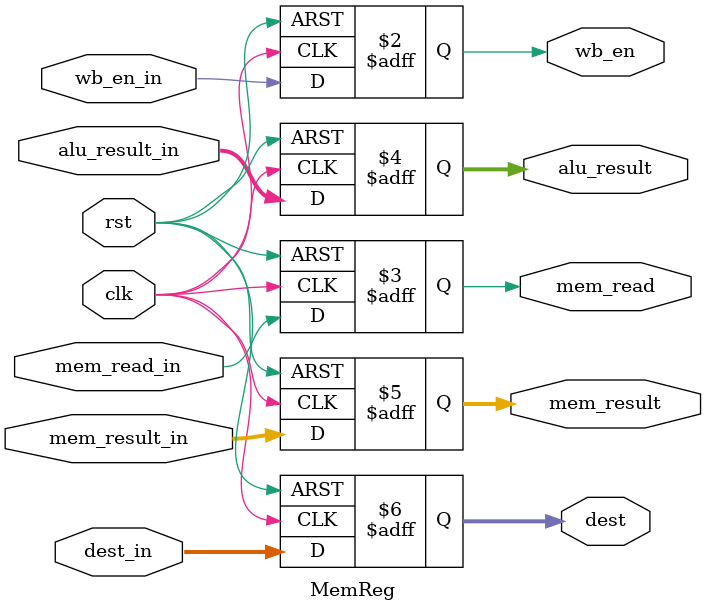
<source format=v>
`include "defines.v"

module MemReg(clk, rst, wb_en_in, mem_read_in, alu_result_in, mem_result_in, dest_in
        , wb_en, mem_read, alu_result, mem_result, dest);
    input clk, rst, wb_en_in, mem_read_in;
    input [31:0]alu_result_in, mem_result_in;
    input [3:0]dest_in;

    output reg wb_en, mem_read;
    output reg [31:0]alu_result, mem_result;
    output reg [3:0]dest;

    always @(posedge clk, posedge rst) begin
    if(rst) begin
        wb_en <= 0;
        mem_read <= 0;
        alu_result <= 0;
        mem_result <= 0;
        dest <= 0;
    end
    else begin
        wb_en <= wb_en_in;
        mem_read <= mem_read_in;
        alu_result <= alu_result_in;
        mem_result <= mem_result_in;
        dest <= dest_in;
    end
end
endmodule

</source>
